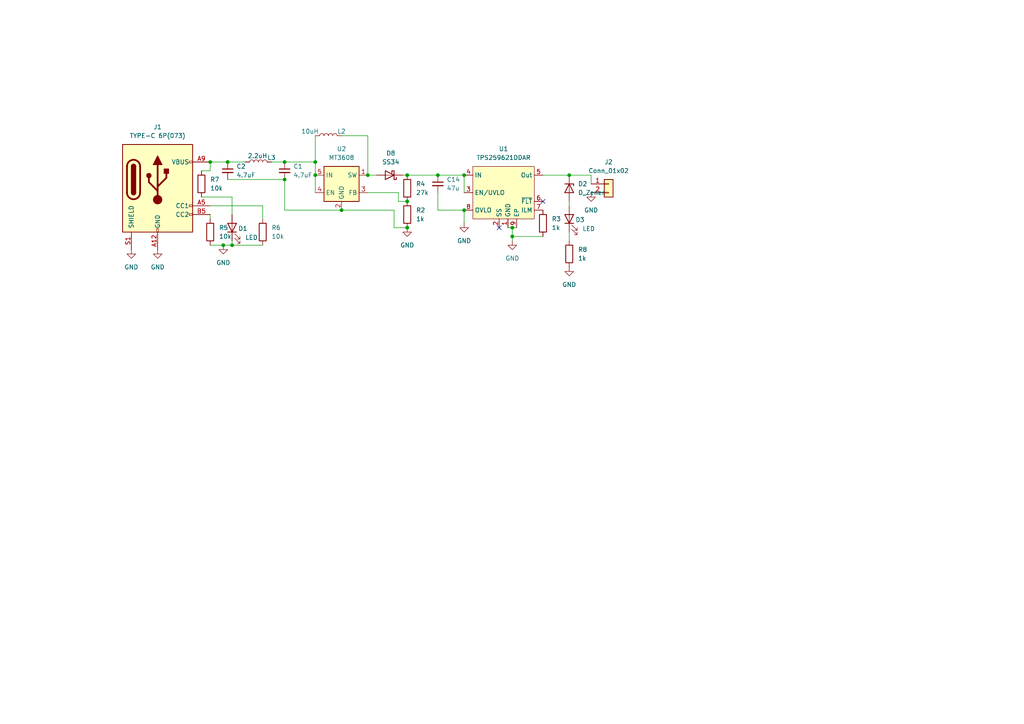
<source format=kicad_sch>
(kicad_sch
	(version 20250114)
	(generator "eeschema")
	(generator_version "9.0")
	(uuid "61467c3d-0a17-4455-8ea1-1bea66019e17")
	(paper "A4")
	(lib_symbols
		(symbol "Connector:USB_C_Receptacle_PowerOnly_6P"
			(pin_names
				(offset 1.016)
			)
			(exclude_from_sim no)
			(in_bom yes)
			(on_board yes)
			(property "Reference" "J"
				(at 0 16.51 0)
				(effects
					(font
						(size 1.27 1.27)
					)
					(justify bottom)
				)
			)
			(property "Value" "USB_C_Receptacle_PowerOnly_6P"
				(at 0 13.97 0)
				(effects
					(font
						(size 1.27 1.27)
					)
					(justify bottom)
				)
			)
			(property "Footprint" ""
				(at 3.81 2.54 0)
				(effects
					(font
						(size 1.27 1.27)
					)
					(hide yes)
				)
			)
			(property "Datasheet" "https://www.usb.org/sites/default/files/documents/usb_type-c.zip"
				(at 0 0 0)
				(effects
					(font
						(size 1.27 1.27)
					)
					(hide yes)
				)
			)
			(property "Description" "USB Power-Only 6P Type-C Receptacle connector"
				(at 0 0 0)
				(effects
					(font
						(size 1.27 1.27)
					)
					(hide yes)
				)
			)
			(property "ki_keywords" "usb universal serial bus type-C power-only charging-only 6P 6C"
				(at 0 0 0)
				(effects
					(font
						(size 1.27 1.27)
					)
					(hide yes)
				)
			)
			(property "ki_fp_filters" "USB*C*Receptacle*"
				(at 0 0 0)
				(effects
					(font
						(size 1.27 1.27)
					)
					(hide yes)
				)
			)
			(symbol "USB_C_Receptacle_PowerOnly_6P_0_0"
				(rectangle
					(start -0.254 -12.7)
					(end 0.254 -11.684)
					(stroke
						(width 0)
						(type default)
					)
					(fill
						(type none)
					)
				)
				(rectangle
					(start 10.16 7.874)
					(end 9.144 7.366)
					(stroke
						(width 0)
						(type default)
					)
					(fill
						(type none)
					)
				)
				(rectangle
					(start 10.16 -4.826)
					(end 9.144 -5.334)
					(stroke
						(width 0)
						(type default)
					)
					(fill
						(type none)
					)
				)
				(rectangle
					(start 10.16 -7.366)
					(end 9.144 -7.874)
					(stroke
						(width 0)
						(type default)
					)
					(fill
						(type none)
					)
				)
			)
			(symbol "USB_C_Receptacle_PowerOnly_6P_0_1"
				(rectangle
					(start -10.16 12.7)
					(end 10.16 -12.7)
					(stroke
						(width 0.254)
						(type default)
					)
					(fill
						(type background)
					)
				)
				(polyline
					(pts
						(xy -8.89 -1.27) (xy -8.89 6.35)
					)
					(stroke
						(width 0.508)
						(type default)
					)
					(fill
						(type none)
					)
				)
				(rectangle
					(start -7.62 -1.27)
					(end -6.35 6.35)
					(stroke
						(width 0.254)
						(type default)
					)
					(fill
						(type outline)
					)
				)
				(arc
					(start -7.62 6.35)
					(mid -6.985 6.9823)
					(end -6.35 6.35)
					(stroke
						(width 0.254)
						(type default)
					)
					(fill
						(type none)
					)
				)
				(arc
					(start -7.62 6.35)
					(mid -6.985 6.9823)
					(end -6.35 6.35)
					(stroke
						(width 0.254)
						(type default)
					)
					(fill
						(type outline)
					)
				)
				(arc
					(start -8.89 6.35)
					(mid -6.985 8.2467)
					(end -5.08 6.35)
					(stroke
						(width 0.508)
						(type default)
					)
					(fill
						(type none)
					)
				)
				(arc
					(start -5.08 -1.27)
					(mid -6.985 -3.1667)
					(end -8.89 -1.27)
					(stroke
						(width 0.508)
						(type default)
					)
					(fill
						(type none)
					)
				)
				(arc
					(start -6.35 -1.27)
					(mid -6.985 -1.9023)
					(end -7.62 -1.27)
					(stroke
						(width 0.254)
						(type default)
					)
					(fill
						(type none)
					)
				)
				(arc
					(start -6.35 -1.27)
					(mid -6.985 -1.9023)
					(end -7.62 -1.27)
					(stroke
						(width 0.254)
						(type default)
					)
					(fill
						(type outline)
					)
				)
				(polyline
					(pts
						(xy -5.08 6.35) (xy -5.08 -1.27)
					)
					(stroke
						(width 0.508)
						(type default)
					)
					(fill
						(type none)
					)
				)
				(circle
					(center -2.54 3.683)
					(radius 0.635)
					(stroke
						(width 0.254)
						(type default)
					)
					(fill
						(type outline)
					)
				)
				(polyline
					(pts
						(xy -1.27 6.858) (xy 0 9.398) (xy 1.27 6.858) (xy -1.27 6.858)
					)
					(stroke
						(width 0.254)
						(type default)
					)
					(fill
						(type outline)
					)
				)
				(polyline
					(pts
						(xy 0 0.508) (xy 2.54 3.048) (xy 2.54 4.318)
					)
					(stroke
						(width 0.508)
						(type default)
					)
					(fill
						(type none)
					)
				)
				(polyline
					(pts
						(xy 0 -0.762) (xy -2.54 1.778) (xy -2.54 3.048)
					)
					(stroke
						(width 0.508)
						(type default)
					)
					(fill
						(type none)
					)
				)
				(polyline
					(pts
						(xy 0 -3.302) (xy 0 6.858)
					)
					(stroke
						(width 0.508)
						(type default)
					)
					(fill
						(type none)
					)
				)
				(circle
					(center 0 -3.302)
					(radius 1.27)
					(stroke
						(width 0)
						(type default)
					)
					(fill
						(type outline)
					)
				)
				(rectangle
					(start 1.905 4.318)
					(end 3.175 5.588)
					(stroke
						(width 0.254)
						(type default)
					)
					(fill
						(type outline)
					)
				)
			)
			(symbol "USB_C_Receptacle_PowerOnly_6P_1_1"
				(pin passive line
					(at -7.62 -17.78 90)
					(length 5.08)
					(name "SHIELD"
						(effects
							(font
								(size 1.27 1.27)
							)
						)
					)
					(number "S1"
						(effects
							(font
								(size 1.27 1.27)
							)
						)
					)
				)
				(pin passive line
					(at 0 -17.78 90)
					(length 5.08)
					(name "GND"
						(effects
							(font
								(size 1.27 1.27)
							)
						)
					)
					(number "A12"
						(effects
							(font
								(size 1.27 1.27)
							)
						)
					)
				)
				(pin passive line
					(at 0 -17.78 90)
					(length 5.08)
					(hide yes)
					(name "GND"
						(effects
							(font
								(size 1.27 1.27)
							)
						)
					)
					(number "B12"
						(effects
							(font
								(size 1.27 1.27)
							)
						)
					)
				)
				(pin passive line
					(at 15.24 7.62 180)
					(length 5.08)
					(name "VBUS"
						(effects
							(font
								(size 1.27 1.27)
							)
						)
					)
					(number "A9"
						(effects
							(font
								(size 1.27 1.27)
							)
						)
					)
				)
				(pin passive line
					(at 15.24 7.62 180)
					(length 5.08)
					(hide yes)
					(name "VBUS"
						(effects
							(font
								(size 1.27 1.27)
							)
						)
					)
					(number "B9"
						(effects
							(font
								(size 1.27 1.27)
							)
						)
					)
				)
				(pin bidirectional line
					(at 15.24 -5.08 180)
					(length 5.08)
					(name "CC1"
						(effects
							(font
								(size 1.27 1.27)
							)
						)
					)
					(number "A5"
						(effects
							(font
								(size 1.27 1.27)
							)
						)
					)
				)
				(pin bidirectional line
					(at 15.24 -7.62 180)
					(length 5.08)
					(name "CC2"
						(effects
							(font
								(size 1.27 1.27)
							)
						)
					)
					(number "B5"
						(effects
							(font
								(size 1.27 1.27)
							)
						)
					)
				)
			)
			(embedded_fonts no)
		)
		(symbol "Connector_Generic:Conn_01x02"
			(pin_names
				(offset 1.016)
				(hide yes)
			)
			(exclude_from_sim no)
			(in_bom yes)
			(on_board yes)
			(property "Reference" "J"
				(at 0 2.54 0)
				(effects
					(font
						(size 1.27 1.27)
					)
				)
			)
			(property "Value" "Conn_01x02"
				(at 0 -5.08 0)
				(effects
					(font
						(size 1.27 1.27)
					)
				)
			)
			(property "Footprint" ""
				(at 0 0 0)
				(effects
					(font
						(size 1.27 1.27)
					)
					(hide yes)
				)
			)
			(property "Datasheet" "~"
				(at 0 0 0)
				(effects
					(font
						(size 1.27 1.27)
					)
					(hide yes)
				)
			)
			(property "Description" "Generic connector, single row, 01x02, script generated (kicad-library-utils/schlib/autogen/connector/)"
				(at 0 0 0)
				(effects
					(font
						(size 1.27 1.27)
					)
					(hide yes)
				)
			)
			(property "ki_keywords" "connector"
				(at 0 0 0)
				(effects
					(font
						(size 1.27 1.27)
					)
					(hide yes)
				)
			)
			(property "ki_fp_filters" "Connector*:*_1x??_*"
				(at 0 0 0)
				(effects
					(font
						(size 1.27 1.27)
					)
					(hide yes)
				)
			)
			(symbol "Conn_01x02_1_1"
				(rectangle
					(start -1.27 1.27)
					(end 1.27 -3.81)
					(stroke
						(width 0.254)
						(type default)
					)
					(fill
						(type background)
					)
				)
				(rectangle
					(start -1.27 0.127)
					(end 0 -0.127)
					(stroke
						(width 0.1524)
						(type default)
					)
					(fill
						(type none)
					)
				)
				(rectangle
					(start -1.27 -2.413)
					(end 0 -2.667)
					(stroke
						(width 0.1524)
						(type default)
					)
					(fill
						(type none)
					)
				)
				(pin passive line
					(at -5.08 0 0)
					(length 3.81)
					(name "Pin_1"
						(effects
							(font
								(size 1.27 1.27)
							)
						)
					)
					(number "1"
						(effects
							(font
								(size 1.27 1.27)
							)
						)
					)
				)
				(pin passive line
					(at -5.08 -2.54 0)
					(length 3.81)
					(name "Pin_2"
						(effects
							(font
								(size 1.27 1.27)
							)
						)
					)
					(number "2"
						(effects
							(font
								(size 1.27 1.27)
							)
						)
					)
				)
			)
			(embedded_fonts no)
		)
		(symbol "Device:C_Small"
			(pin_numbers
				(hide yes)
			)
			(pin_names
				(offset 0.254)
				(hide yes)
			)
			(exclude_from_sim no)
			(in_bom yes)
			(on_board yes)
			(property "Reference" "C"
				(at 0.254 1.778 0)
				(effects
					(font
						(size 1.27 1.27)
					)
					(justify left)
				)
			)
			(property "Value" "C_Small"
				(at 0.254 -2.032 0)
				(effects
					(font
						(size 1.27 1.27)
					)
					(justify left)
				)
			)
			(property "Footprint" ""
				(at 0 0 0)
				(effects
					(font
						(size 1.27 1.27)
					)
					(hide yes)
				)
			)
			(property "Datasheet" "~"
				(at 0 0 0)
				(effects
					(font
						(size 1.27 1.27)
					)
					(hide yes)
				)
			)
			(property "Description" "Unpolarized capacitor, small symbol"
				(at 0 0 0)
				(effects
					(font
						(size 1.27 1.27)
					)
					(hide yes)
				)
			)
			(property "ki_keywords" "capacitor cap"
				(at 0 0 0)
				(effects
					(font
						(size 1.27 1.27)
					)
					(hide yes)
				)
			)
			(property "ki_fp_filters" "C_*"
				(at 0 0 0)
				(effects
					(font
						(size 1.27 1.27)
					)
					(hide yes)
				)
			)
			(symbol "C_Small_0_1"
				(polyline
					(pts
						(xy -1.524 0.508) (xy 1.524 0.508)
					)
					(stroke
						(width 0.3048)
						(type default)
					)
					(fill
						(type none)
					)
				)
				(polyline
					(pts
						(xy -1.524 -0.508) (xy 1.524 -0.508)
					)
					(stroke
						(width 0.3302)
						(type default)
					)
					(fill
						(type none)
					)
				)
			)
			(symbol "C_Small_1_1"
				(pin passive line
					(at 0 2.54 270)
					(length 2.032)
					(name "~"
						(effects
							(font
								(size 1.27 1.27)
							)
						)
					)
					(number "1"
						(effects
							(font
								(size 1.27 1.27)
							)
						)
					)
				)
				(pin passive line
					(at 0 -2.54 90)
					(length 2.032)
					(name "~"
						(effects
							(font
								(size 1.27 1.27)
							)
						)
					)
					(number "2"
						(effects
							(font
								(size 1.27 1.27)
							)
						)
					)
				)
			)
			(embedded_fonts no)
		)
		(symbol "Device:D_Zener"
			(pin_numbers
				(hide yes)
			)
			(pin_names
				(offset 1.016)
				(hide yes)
			)
			(exclude_from_sim no)
			(in_bom yes)
			(on_board yes)
			(property "Reference" "D"
				(at 0 2.54 0)
				(effects
					(font
						(size 1.27 1.27)
					)
				)
			)
			(property "Value" "D_Zener"
				(at 0 -2.54 0)
				(effects
					(font
						(size 1.27 1.27)
					)
				)
			)
			(property "Footprint" ""
				(at 0 0 0)
				(effects
					(font
						(size 1.27 1.27)
					)
					(hide yes)
				)
			)
			(property "Datasheet" "~"
				(at 0 0 0)
				(effects
					(font
						(size 1.27 1.27)
					)
					(hide yes)
				)
			)
			(property "Description" "Zener diode"
				(at 0 0 0)
				(effects
					(font
						(size 1.27 1.27)
					)
					(hide yes)
				)
			)
			(property "ki_keywords" "diode"
				(at 0 0 0)
				(effects
					(font
						(size 1.27 1.27)
					)
					(hide yes)
				)
			)
			(property "ki_fp_filters" "TO-???* *_Diode_* *SingleDiode* D_*"
				(at 0 0 0)
				(effects
					(font
						(size 1.27 1.27)
					)
					(hide yes)
				)
			)
			(symbol "D_Zener_0_1"
				(polyline
					(pts
						(xy -1.27 -1.27) (xy -1.27 1.27) (xy -0.762 1.27)
					)
					(stroke
						(width 0.254)
						(type default)
					)
					(fill
						(type none)
					)
				)
				(polyline
					(pts
						(xy 1.27 0) (xy -1.27 0)
					)
					(stroke
						(width 0)
						(type default)
					)
					(fill
						(type none)
					)
				)
				(polyline
					(pts
						(xy 1.27 -1.27) (xy 1.27 1.27) (xy -1.27 0) (xy 1.27 -1.27)
					)
					(stroke
						(width 0.254)
						(type default)
					)
					(fill
						(type none)
					)
				)
			)
			(symbol "D_Zener_1_1"
				(pin passive line
					(at -3.81 0 0)
					(length 2.54)
					(name "K"
						(effects
							(font
								(size 1.27 1.27)
							)
						)
					)
					(number "1"
						(effects
							(font
								(size 1.27 1.27)
							)
						)
					)
				)
				(pin passive line
					(at 3.81 0 180)
					(length 2.54)
					(name "A"
						(effects
							(font
								(size 1.27 1.27)
							)
						)
					)
					(number "2"
						(effects
							(font
								(size 1.27 1.27)
							)
						)
					)
				)
			)
			(embedded_fonts no)
		)
		(symbol "Device:L"
			(pin_numbers
				(hide yes)
			)
			(pin_names
				(offset 1.016)
				(hide yes)
			)
			(exclude_from_sim no)
			(in_bom yes)
			(on_board yes)
			(property "Reference" "L"
				(at -1.27 0 90)
				(effects
					(font
						(size 1.27 1.27)
					)
				)
			)
			(property "Value" "L"
				(at 1.905 0 90)
				(effects
					(font
						(size 1.27 1.27)
					)
				)
			)
			(property "Footprint" ""
				(at 0 0 0)
				(effects
					(font
						(size 1.27 1.27)
					)
					(hide yes)
				)
			)
			(property "Datasheet" "~"
				(at 0 0 0)
				(effects
					(font
						(size 1.27 1.27)
					)
					(hide yes)
				)
			)
			(property "Description" "Inductor"
				(at 0 0 0)
				(effects
					(font
						(size 1.27 1.27)
					)
					(hide yes)
				)
			)
			(property "ki_keywords" "inductor choke coil reactor magnetic"
				(at 0 0 0)
				(effects
					(font
						(size 1.27 1.27)
					)
					(hide yes)
				)
			)
			(property "ki_fp_filters" "Choke_* *Coil* Inductor_* L_*"
				(at 0 0 0)
				(effects
					(font
						(size 1.27 1.27)
					)
					(hide yes)
				)
			)
			(symbol "L_0_1"
				(arc
					(start 0 2.54)
					(mid 0.6323 1.905)
					(end 0 1.27)
					(stroke
						(width 0)
						(type default)
					)
					(fill
						(type none)
					)
				)
				(arc
					(start 0 1.27)
					(mid 0.6323 0.635)
					(end 0 0)
					(stroke
						(width 0)
						(type default)
					)
					(fill
						(type none)
					)
				)
				(arc
					(start 0 0)
					(mid 0.6323 -0.635)
					(end 0 -1.27)
					(stroke
						(width 0)
						(type default)
					)
					(fill
						(type none)
					)
				)
				(arc
					(start 0 -1.27)
					(mid 0.6323 -1.905)
					(end 0 -2.54)
					(stroke
						(width 0)
						(type default)
					)
					(fill
						(type none)
					)
				)
			)
			(symbol "L_1_1"
				(pin passive line
					(at 0 3.81 270)
					(length 1.27)
					(name "1"
						(effects
							(font
								(size 1.27 1.27)
							)
						)
					)
					(number "1"
						(effects
							(font
								(size 1.27 1.27)
							)
						)
					)
				)
				(pin passive line
					(at 0 -3.81 90)
					(length 1.27)
					(name "2"
						(effects
							(font
								(size 1.27 1.27)
							)
						)
					)
					(number "2"
						(effects
							(font
								(size 1.27 1.27)
							)
						)
					)
				)
			)
			(embedded_fonts no)
		)
		(symbol "Device:LED"
			(pin_numbers
				(hide yes)
			)
			(pin_names
				(offset 1.016)
				(hide yes)
			)
			(exclude_from_sim no)
			(in_bom yes)
			(on_board yes)
			(property "Reference" "D"
				(at 0 2.54 0)
				(effects
					(font
						(size 1.27 1.27)
					)
				)
			)
			(property "Value" "LED"
				(at 0 -2.54 0)
				(effects
					(font
						(size 1.27 1.27)
					)
				)
			)
			(property "Footprint" ""
				(at 0 0 0)
				(effects
					(font
						(size 1.27 1.27)
					)
					(hide yes)
				)
			)
			(property "Datasheet" "~"
				(at 0 0 0)
				(effects
					(font
						(size 1.27 1.27)
					)
					(hide yes)
				)
			)
			(property "Description" "Light emitting diode"
				(at 0 0 0)
				(effects
					(font
						(size 1.27 1.27)
					)
					(hide yes)
				)
			)
			(property "Sim.Pins" "1=K 2=A"
				(at 0 0 0)
				(effects
					(font
						(size 1.27 1.27)
					)
					(hide yes)
				)
			)
			(property "ki_keywords" "LED diode"
				(at 0 0 0)
				(effects
					(font
						(size 1.27 1.27)
					)
					(hide yes)
				)
			)
			(property "ki_fp_filters" "LED* LED_SMD:* LED_THT:*"
				(at 0 0 0)
				(effects
					(font
						(size 1.27 1.27)
					)
					(hide yes)
				)
			)
			(symbol "LED_0_1"
				(polyline
					(pts
						(xy -3.048 -0.762) (xy -4.572 -2.286) (xy -3.81 -2.286) (xy -4.572 -2.286) (xy -4.572 -1.524)
					)
					(stroke
						(width 0)
						(type default)
					)
					(fill
						(type none)
					)
				)
				(polyline
					(pts
						(xy -1.778 -0.762) (xy -3.302 -2.286) (xy -2.54 -2.286) (xy -3.302 -2.286) (xy -3.302 -1.524)
					)
					(stroke
						(width 0)
						(type default)
					)
					(fill
						(type none)
					)
				)
				(polyline
					(pts
						(xy -1.27 0) (xy 1.27 0)
					)
					(stroke
						(width 0)
						(type default)
					)
					(fill
						(type none)
					)
				)
				(polyline
					(pts
						(xy -1.27 -1.27) (xy -1.27 1.27)
					)
					(stroke
						(width 0.254)
						(type default)
					)
					(fill
						(type none)
					)
				)
				(polyline
					(pts
						(xy 1.27 -1.27) (xy 1.27 1.27) (xy -1.27 0) (xy 1.27 -1.27)
					)
					(stroke
						(width 0.254)
						(type default)
					)
					(fill
						(type none)
					)
				)
			)
			(symbol "LED_1_1"
				(pin passive line
					(at -3.81 0 0)
					(length 2.54)
					(name "K"
						(effects
							(font
								(size 1.27 1.27)
							)
						)
					)
					(number "1"
						(effects
							(font
								(size 1.27 1.27)
							)
						)
					)
				)
				(pin passive line
					(at 3.81 0 180)
					(length 2.54)
					(name "A"
						(effects
							(font
								(size 1.27 1.27)
							)
						)
					)
					(number "2"
						(effects
							(font
								(size 1.27 1.27)
							)
						)
					)
				)
			)
			(embedded_fonts no)
		)
		(symbol "Device:R"
			(pin_numbers
				(hide yes)
			)
			(pin_names
				(offset 0)
			)
			(exclude_from_sim no)
			(in_bom yes)
			(on_board yes)
			(property "Reference" "R"
				(at 2.032 0 90)
				(effects
					(font
						(size 1.27 1.27)
					)
				)
			)
			(property "Value" "R"
				(at 0 0 90)
				(effects
					(font
						(size 1.27 1.27)
					)
				)
			)
			(property "Footprint" ""
				(at -1.778 0 90)
				(effects
					(font
						(size 1.27 1.27)
					)
					(hide yes)
				)
			)
			(property "Datasheet" "~"
				(at 0 0 0)
				(effects
					(font
						(size 1.27 1.27)
					)
					(hide yes)
				)
			)
			(property "Description" "Resistor"
				(at 0 0 0)
				(effects
					(font
						(size 1.27 1.27)
					)
					(hide yes)
				)
			)
			(property "ki_keywords" "R res resistor"
				(at 0 0 0)
				(effects
					(font
						(size 1.27 1.27)
					)
					(hide yes)
				)
			)
			(property "ki_fp_filters" "R_*"
				(at 0 0 0)
				(effects
					(font
						(size 1.27 1.27)
					)
					(hide yes)
				)
			)
			(symbol "R_0_1"
				(rectangle
					(start -1.016 -2.54)
					(end 1.016 2.54)
					(stroke
						(width 0.254)
						(type default)
					)
					(fill
						(type none)
					)
				)
			)
			(symbol "R_1_1"
				(pin passive line
					(at 0 3.81 270)
					(length 1.27)
					(name "~"
						(effects
							(font
								(size 1.27 1.27)
							)
						)
					)
					(number "1"
						(effects
							(font
								(size 1.27 1.27)
							)
						)
					)
				)
				(pin passive line
					(at 0 -3.81 90)
					(length 1.27)
					(name "~"
						(effects
							(font
								(size 1.27 1.27)
							)
						)
					)
					(number "2"
						(effects
							(font
								(size 1.27 1.27)
							)
						)
					)
				)
			)
			(embedded_fonts no)
		)
		(symbol "Diode:SS34"
			(pin_numbers
				(hide yes)
			)
			(pin_names
				(offset 1.016)
				(hide yes)
			)
			(exclude_from_sim no)
			(in_bom yes)
			(on_board yes)
			(property "Reference" "D"
				(at 0 2.54 0)
				(effects
					(font
						(size 1.27 1.27)
					)
				)
			)
			(property "Value" "SS34"
				(at 0 -2.54 0)
				(effects
					(font
						(size 1.27 1.27)
					)
				)
			)
			(property "Footprint" "Diode_SMD:D_SMA"
				(at 0 -4.445 0)
				(effects
					(font
						(size 1.27 1.27)
					)
					(hide yes)
				)
			)
			(property "Datasheet" "https://www.vishay.com/docs/88751/ss32.pdf"
				(at 0 0 0)
				(effects
					(font
						(size 1.27 1.27)
					)
					(hide yes)
				)
			)
			(property "Description" "40V 3A Schottky Diode, SMA"
				(at 0 0 0)
				(effects
					(font
						(size 1.27 1.27)
					)
					(hide yes)
				)
			)
			(property "ki_keywords" "diode Schottky"
				(at 0 0 0)
				(effects
					(font
						(size 1.27 1.27)
					)
					(hide yes)
				)
			)
			(property "ki_fp_filters" "D*SMA*"
				(at 0 0 0)
				(effects
					(font
						(size 1.27 1.27)
					)
					(hide yes)
				)
			)
			(symbol "SS34_0_1"
				(polyline
					(pts
						(xy -1.905 0.635) (xy -1.905 1.27) (xy -1.27 1.27) (xy -1.27 -1.27) (xy -0.635 -1.27) (xy -0.635 -0.635)
					)
					(stroke
						(width 0.254)
						(type default)
					)
					(fill
						(type none)
					)
				)
				(polyline
					(pts
						(xy 1.27 1.27) (xy 1.27 -1.27) (xy -1.27 0) (xy 1.27 1.27)
					)
					(stroke
						(width 0.254)
						(type default)
					)
					(fill
						(type none)
					)
				)
				(polyline
					(pts
						(xy 1.27 0) (xy -1.27 0)
					)
					(stroke
						(width 0)
						(type default)
					)
					(fill
						(type none)
					)
				)
			)
			(symbol "SS34_1_1"
				(pin passive line
					(at -3.81 0 0)
					(length 2.54)
					(name "K"
						(effects
							(font
								(size 1.27 1.27)
							)
						)
					)
					(number "1"
						(effects
							(font
								(size 1.27 1.27)
							)
						)
					)
				)
				(pin passive line
					(at 3.81 0 180)
					(length 2.54)
					(name "A"
						(effects
							(font
								(size 1.27 1.27)
							)
						)
					)
					(number "2"
						(effects
							(font
								(size 1.27 1.27)
							)
						)
					)
				)
			)
			(embedded_fonts no)
		)
		(symbol "Power_Management:TPS2596xx"
			(exclude_from_sim no)
			(in_bom yes)
			(on_board yes)
			(property "Reference" "U1"
				(at 1.27 12.7 0)
				(effects
					(font
						(size 1.27 1.27)
					)
				)
			)
			(property "Value" "TPS259621DDAR"
				(at 1.27 10.16 0)
				(effects
					(font
						(size 1.27 1.27)
					)
				)
			)
			(property "Footprint" "Package_SO:SOIC-8-1EP_3.9x4.9mm_P1.27mm_EP2.514x3.2mm"
				(at 0 0 0)
				(effects
					(font
						(size 1.27 1.27)
					)
					(hide yes)
				)
			)
			(property "Datasheet" ""
				(at 0 0 0)
				(effects
					(font
						(size 1.27 1.27)
					)
					(hide yes)
				)
			)
			(property "Description" "2.7 to 19 V, 0.125 to 2-A, 89-mΩ eFuse With Accurate Current Monitor and Fast Overvoltage Protection"
				(at 0 2.54 0)
				(effects
					(font
						(size 1.27 1.27)
					)
					(hide yes)
				)
			)
			(symbol "TPS2596xx_1_1"
				(rectangle
					(start -7.62 7.62)
					(end 10.16 -7.62)
					(stroke
						(width 0)
						(type solid)
					)
					(fill
						(type color)
						(color 255 255 194 1)
					)
				)
				(pin input line
					(at -10.16 5.08 0)
					(length 2.54)
					(name "IN"
						(effects
							(font
								(size 1.27 1.27)
							)
						)
					)
					(number "4"
						(effects
							(font
								(size 1.27 1.27)
							)
						)
					)
				)
				(pin input line
					(at -10.16 0 0)
					(length 2.54)
					(name "EN/UVLO"
						(effects
							(font
								(size 1.27 1.27)
							)
						)
					)
					(number "3"
						(effects
							(font
								(size 1.27 1.27)
							)
						)
					)
				)
				(pin input line
					(at -10.16 -5.08 0)
					(length 2.54)
					(name "OVLO"
						(effects
							(font
								(size 1.27 1.27)
							)
						)
					)
					(number "8"
						(effects
							(font
								(size 1.27 1.27)
							)
						)
					)
				)
				(pin input line
					(at 0 -10.16 90)
					(length 2.54)
					(name "SS"
						(effects
							(font
								(size 1.27 1.27)
							)
						)
					)
					(number "2"
						(effects
							(font
								(size 1.27 1.27)
							)
						)
					)
				)
				(pin power_in line
					(at 2.54 -10.16 90)
					(length 2.54)
					(name "GND"
						(effects
							(font
								(size 1.27 1.27)
							)
						)
					)
					(number "1"
						(effects
							(font
								(size 1.27 1.27)
							)
						)
					)
				)
				(pin power_in line
					(at 5.08 -10.16 90)
					(length 2.54)
					(name "EP"
						(effects
							(font
								(size 1.27 1.27)
							)
						)
					)
					(number "9"
						(effects
							(font
								(size 1.27 1.27)
							)
						)
					)
				)
				(pin power_in line
					(at 12.7 5.08 180)
					(length 2.54)
					(name "Out"
						(effects
							(font
								(size 1.27 1.27)
							)
						)
					)
					(number "5"
						(effects
							(font
								(size 1.27 1.27)
							)
						)
					)
				)
				(pin power_in line
					(at 12.7 -2.54 180)
					(length 2.54)
					(name "~{FLT}"
						(effects
							(font
								(size 1.27 1.27)
							)
						)
					)
					(number "6"
						(effects
							(font
								(size 1.27 1.27)
							)
						)
					)
				)
				(pin power_in line
					(at 12.7 -5.08 180)
					(length 2.54)
					(name "ILM"
						(effects
							(font
								(size 1.27 1.27)
							)
						)
					)
					(number "7"
						(effects
							(font
								(size 1.27 1.27)
							)
						)
					)
				)
			)
			(embedded_fonts no)
		)
		(symbol "Regulator_Switching:MT3608"
			(exclude_from_sim no)
			(in_bom yes)
			(on_board yes)
			(property "Reference" "U"
				(at -2.54 8.89 0)
				(effects
					(font
						(size 1.27 1.27)
					)
					(justify left)
				)
			)
			(property "Value" "MT3608"
				(at -3.81 6.35 0)
				(effects
					(font
						(size 1.27 1.27)
					)
					(justify left)
				)
			)
			(property "Footprint" "Package_TO_SOT_SMD:SOT-23-6"
				(at 1.27 -6.35 0)
				(effects
					(font
						(size 1.27 1.27)
						(italic yes)
					)
					(justify left)
					(hide yes)
				)
			)
			(property "Datasheet" "https://www.olimex.com/Products/Breadboarding/BB-PWR-3608/resources/MT3608.pdf"
				(at -6.35 11.43 0)
				(effects
					(font
						(size 1.27 1.27)
					)
					(hide yes)
				)
			)
			(property "Description" "High Efficiency 1.2MHz 2A Step Up Converter, 2-24V Vin, 28V Vout, 4A current limit, 1.2MHz, SOT23-6"
				(at 0 0 0)
				(effects
					(font
						(size 1.27 1.27)
					)
					(hide yes)
				)
			)
			(property "ki_keywords" "Step-Up Boost DC-DC Regulator Adjustable"
				(at 0 0 0)
				(effects
					(font
						(size 1.27 1.27)
					)
					(hide yes)
				)
			)
			(property "ki_fp_filters" "SOT*23*"
				(at 0 0 0)
				(effects
					(font
						(size 1.27 1.27)
					)
					(hide yes)
				)
			)
			(symbol "MT3608_0_1"
				(rectangle
					(start -5.08 5.08)
					(end 5.08 -5.08)
					(stroke
						(width 0.254)
						(type default)
					)
					(fill
						(type background)
					)
				)
			)
			(symbol "MT3608_1_1"
				(pin power_in line
					(at -7.62 2.54 0)
					(length 2.54)
					(name "IN"
						(effects
							(font
								(size 1.27 1.27)
							)
						)
					)
					(number "5"
						(effects
							(font
								(size 1.27 1.27)
							)
						)
					)
				)
				(pin input line
					(at -7.62 -2.54 0)
					(length 2.54)
					(name "EN"
						(effects
							(font
								(size 1.27 1.27)
							)
						)
					)
					(number "4"
						(effects
							(font
								(size 1.27 1.27)
							)
						)
					)
				)
				(pin power_in line
					(at 0 -7.62 90)
					(length 2.54)
					(name "GND"
						(effects
							(font
								(size 1.27 1.27)
							)
						)
					)
					(number "2"
						(effects
							(font
								(size 1.27 1.27)
							)
						)
					)
				)
				(pin no_connect line
					(at 5.08 0 180)
					(length 2.54)
					(hide yes)
					(name "NC"
						(effects
							(font
								(size 1.27 1.27)
							)
						)
					)
					(number "6"
						(effects
							(font
								(size 1.27 1.27)
							)
						)
					)
				)
				(pin passive line
					(at 7.62 2.54 180)
					(length 2.54)
					(name "SW"
						(effects
							(font
								(size 1.27 1.27)
							)
						)
					)
					(number "1"
						(effects
							(font
								(size 1.27 1.27)
							)
						)
					)
				)
				(pin input line
					(at 7.62 -2.54 180)
					(length 2.54)
					(name "FB"
						(effects
							(font
								(size 1.27 1.27)
							)
						)
					)
					(number "3"
						(effects
							(font
								(size 1.27 1.27)
							)
						)
					)
				)
			)
			(embedded_fonts no)
		)
		(symbol "power:GND"
			(power)
			(pin_numbers
				(hide yes)
			)
			(pin_names
				(offset 0)
				(hide yes)
			)
			(exclude_from_sim no)
			(in_bom yes)
			(on_board yes)
			(property "Reference" "#PWR"
				(at 0 -6.35 0)
				(effects
					(font
						(size 1.27 1.27)
					)
					(hide yes)
				)
			)
			(property "Value" "GND"
				(at 0 -3.81 0)
				(effects
					(font
						(size 1.27 1.27)
					)
				)
			)
			(property "Footprint" ""
				(at 0 0 0)
				(effects
					(font
						(size 1.27 1.27)
					)
					(hide yes)
				)
			)
			(property "Datasheet" ""
				(at 0 0 0)
				(effects
					(font
						(size 1.27 1.27)
					)
					(hide yes)
				)
			)
			(property "Description" "Power symbol creates a global label with name \"GND\" , ground"
				(at 0 0 0)
				(effects
					(font
						(size 1.27 1.27)
					)
					(hide yes)
				)
			)
			(property "ki_keywords" "global power"
				(at 0 0 0)
				(effects
					(font
						(size 1.27 1.27)
					)
					(hide yes)
				)
			)
			(symbol "GND_0_1"
				(polyline
					(pts
						(xy 0 0) (xy 0 -1.27) (xy 1.27 -1.27) (xy 0 -2.54) (xy -1.27 -1.27) (xy 0 -1.27)
					)
					(stroke
						(width 0)
						(type default)
					)
					(fill
						(type none)
					)
				)
			)
			(symbol "GND_1_1"
				(pin power_in line
					(at 0 0 270)
					(length 0)
					(name "~"
						(effects
							(font
								(size 1.27 1.27)
							)
						)
					)
					(number "1"
						(effects
							(font
								(size 1.27 1.27)
							)
						)
					)
				)
			)
			(embedded_fonts no)
		)
	)
	(junction
		(at 66.04 46.99)
		(diameter 0)
		(color 0 0 0 0)
		(uuid "0427739b-09f5-4dc4-bd3a-859c25d3fc7c")
	)
	(junction
		(at 148.59 66.04)
		(diameter 0)
		(color 0 0 0 0)
		(uuid "24a9f838-e716-4323-95f7-bf8d04d0b1de")
	)
	(junction
		(at 134.62 50.8)
		(diameter 0)
		(color 0 0 0 0)
		(uuid "2ea102f3-e76e-40b4-956e-777bf193b8e9")
	)
	(junction
		(at 148.59 68.58)
		(diameter 0)
		(color 0 0 0 0)
		(uuid "32d470cc-3645-4084-a5e7-0e0430f6afd8")
	)
	(junction
		(at 118.11 50.8)
		(diameter 0)
		(color 0 0 0 0)
		(uuid "41dcc200-e880-4221-ba83-b650dde897a8")
	)
	(junction
		(at 64.77 71.12)
		(diameter 0)
		(color 0 0 0 0)
		(uuid "43b55b4e-55a5-4304-8ecf-f62e8533b648")
	)
	(junction
		(at 106.68 50.8)
		(diameter 0)
		(color 0 0 0 0)
		(uuid "565a3ce4-be32-45f3-b725-6ccc2cc660f0")
	)
	(junction
		(at 60.96 46.99)
		(diameter 0)
		(color 0 0 0 0)
		(uuid "60d46d18-bfa2-4268-b7ff-7512544b0ba7")
	)
	(junction
		(at 91.44 50.8)
		(diameter 0)
		(color 0 0 0 0)
		(uuid "64b4a0e7-08ca-4ee5-8b92-1c98ee88ceea")
	)
	(junction
		(at 118.11 58.42)
		(diameter 0)
		(color 0 0 0 0)
		(uuid "64e92e67-caf8-4965-ac87-49de148faea9")
	)
	(junction
		(at 118.11 66.04)
		(diameter 0)
		(color 0 0 0 0)
		(uuid "6efeb726-3eb6-4369-adea-90930392cf43")
	)
	(junction
		(at 99.06 60.96)
		(diameter 0)
		(color 0 0 0 0)
		(uuid "7c51eb85-a172-43c4-8b64-a06687f008a8")
	)
	(junction
		(at 91.44 46.99)
		(diameter 0)
		(color 0 0 0 0)
		(uuid "94ba9c70-fbb3-4027-90e0-16fa592f6c01")
	)
	(junction
		(at 165.1 50.8)
		(diameter 0)
		(color 0 0 0 0)
		(uuid "9d2b51e4-d69e-4d28-aa2f-e965a00eb3f9")
	)
	(junction
		(at 67.31 71.12)
		(diameter 0)
		(color 0 0 0 0)
		(uuid "adca726f-1534-4278-8e06-1e095a2bf95d")
	)
	(junction
		(at 134.62 60.96)
		(diameter 0)
		(color 0 0 0 0)
		(uuid "bd049171-f1fe-40fb-9f99-8664b3d50719")
	)
	(junction
		(at 127 50.8)
		(diameter 0)
		(color 0 0 0 0)
		(uuid "bd8f5c94-561c-457e-9c7f-39bb077c0506")
	)
	(junction
		(at 82.55 52.07)
		(diameter 0)
		(color 0 0 0 0)
		(uuid "db89c326-6053-4cab-a92e-a540eebaa34c")
	)
	(junction
		(at 82.55 46.99)
		(diameter 0)
		(color 0 0 0 0)
		(uuid "f6c9b734-73c9-4653-ba76-3fb1a912ef9c")
	)
	(no_connect
		(at 144.78 66.04)
		(uuid "5e2e9cb0-d630-4c28-9b1a-6959acceb87c")
	)
	(no_connect
		(at 157.48 58.42)
		(uuid "b4fcde58-89df-47ce-b276-3e1e4943f871")
	)
	(wire
		(pts
			(xy 67.31 57.15) (xy 58.42 57.15)
		)
		(stroke
			(width 0)
			(type default)
		)
		(uuid "013ba8a1-e7b2-409b-a4af-4612e64d2ace")
	)
	(wire
		(pts
			(xy 76.2 59.69) (xy 76.2 63.5)
		)
		(stroke
			(width 0)
			(type default)
		)
		(uuid "083478f6-6b01-42b3-8ea5-c946b223f2fe")
	)
	(wire
		(pts
			(xy 115.57 58.42) (xy 118.11 58.42)
		)
		(stroke
			(width 0)
			(type default)
		)
		(uuid "09c47bd9-0be7-4b69-8333-74a55ade8c2d")
	)
	(wire
		(pts
			(xy 106.68 39.37) (xy 106.68 50.8)
		)
		(stroke
			(width 0)
			(type default)
		)
		(uuid "157d8553-1d30-4a72-9742-ac3ae0b52e23")
	)
	(wire
		(pts
			(xy 60.96 71.12) (xy 64.77 71.12)
		)
		(stroke
			(width 0)
			(type default)
		)
		(uuid "1cd7b9f9-2c92-4be5-9c5f-f1cc96dd0b3d")
	)
	(wire
		(pts
			(xy 67.31 71.12) (xy 76.2 71.12)
		)
		(stroke
			(width 0)
			(type default)
		)
		(uuid "1e2ae922-74bc-4b02-900d-a4eb7c94e8e1")
	)
	(wire
		(pts
			(xy 64.77 71.12) (xy 67.31 71.12)
		)
		(stroke
			(width 0)
			(type default)
		)
		(uuid "231abcb2-225c-4b62-9149-164d5d706aa0")
	)
	(wire
		(pts
			(xy 148.59 68.58) (xy 157.48 68.58)
		)
		(stroke
			(width 0)
			(type default)
		)
		(uuid "244f6e0a-adbe-4231-aea7-14938123e539")
	)
	(wire
		(pts
			(xy 82.55 46.99) (xy 91.44 46.99)
		)
		(stroke
			(width 0)
			(type default)
		)
		(uuid "36b14a2d-693b-43f3-a967-c94123bbbd1a")
	)
	(wire
		(pts
			(xy 91.44 39.37) (xy 91.44 46.99)
		)
		(stroke
			(width 0)
			(type default)
		)
		(uuid "395481e6-a70f-4643-8719-1011aa51fc3b")
	)
	(wire
		(pts
			(xy 148.59 66.04) (xy 149.86 66.04)
		)
		(stroke
			(width 0)
			(type default)
		)
		(uuid "3b6c7b1f-abc8-4e7f-9615-2d5a4feac295")
	)
	(wire
		(pts
			(xy 157.48 50.8) (xy 165.1 50.8)
		)
		(stroke
			(width 0)
			(type default)
		)
		(uuid "405b4806-5be2-4db0-9350-86d11ae3b317")
	)
	(wire
		(pts
			(xy 165.1 58.42) (xy 165.1 59.69)
		)
		(stroke
			(width 0)
			(type default)
		)
		(uuid "40bf4998-e925-4992-9440-20247ced5601")
	)
	(wire
		(pts
			(xy 147.32 66.04) (xy 148.59 66.04)
		)
		(stroke
			(width 0)
			(type default)
		)
		(uuid "44c728be-50a2-45e5-8e8b-bcedaf3a65fd")
	)
	(wire
		(pts
			(xy 99.06 39.37) (xy 106.68 39.37)
		)
		(stroke
			(width 0)
			(type default)
		)
		(uuid "4648a559-cceb-4c15-84e6-bd37a0999b5a")
	)
	(wire
		(pts
			(xy 127 55.88) (xy 127 60.96)
		)
		(stroke
			(width 0)
			(type default)
		)
		(uuid "468bef7b-a1ab-4c25-bbe3-9e6a18d952ac")
	)
	(wire
		(pts
			(xy 148.59 66.04) (xy 148.59 68.58)
		)
		(stroke
			(width 0)
			(type default)
		)
		(uuid "53cd58dc-17c3-47e6-984c-8bd6f332a523")
	)
	(wire
		(pts
			(xy 127 60.96) (xy 134.62 60.96)
		)
		(stroke
			(width 0)
			(type default)
		)
		(uuid "56d7729e-a795-4371-9c11-32512a893919")
	)
	(wire
		(pts
			(xy 114.3 66.04) (xy 118.11 66.04)
		)
		(stroke
			(width 0)
			(type default)
		)
		(uuid "57c5a8eb-c8ba-4de2-a512-8ce914084c3e")
	)
	(wire
		(pts
			(xy 165.1 50.8) (xy 171.45 50.8)
		)
		(stroke
			(width 0)
			(type default)
		)
		(uuid "60d17a25-3218-447f-801b-bdf71e6d6046")
	)
	(wire
		(pts
			(xy 134.62 60.96) (xy 134.62 64.77)
		)
		(stroke
			(width 0)
			(type default)
		)
		(uuid "620234d9-5d55-4244-a47c-cf7d65453271")
	)
	(wire
		(pts
			(xy 60.96 62.23) (xy 60.96 63.5)
		)
		(stroke
			(width 0)
			(type default)
		)
		(uuid "6b68d368-fa55-4faf-9fef-57f7b3336807")
	)
	(wire
		(pts
			(xy 67.31 69.85) (xy 67.31 71.12)
		)
		(stroke
			(width 0)
			(type default)
		)
		(uuid "6e0d9a51-1215-459a-9b64-693d73fc63ab")
	)
	(wire
		(pts
			(xy 66.04 52.07) (xy 82.55 52.07)
		)
		(stroke
			(width 0)
			(type default)
		)
		(uuid "768da14b-03c9-47e8-bff8-d6fb2d22c99b")
	)
	(wire
		(pts
			(xy 171.45 50.8) (xy 171.45 53.34)
		)
		(stroke
			(width 0)
			(type default)
		)
		(uuid "7a2e24e9-be4c-4e2e-9743-57018ea8fa36")
	)
	(wire
		(pts
			(xy 115.57 55.88) (xy 115.57 58.42)
		)
		(stroke
			(width 0)
			(type default)
		)
		(uuid "7ad7383c-d7fa-4964-b1bd-3c88dad0a813")
	)
	(wire
		(pts
			(xy 60.96 59.69) (xy 76.2 59.69)
		)
		(stroke
			(width 0)
			(type default)
		)
		(uuid "81982d41-bf03-4131-af6d-625277a0edde")
	)
	(wire
		(pts
			(xy 82.55 52.07) (xy 82.55 60.96)
		)
		(stroke
			(width 0)
			(type default)
		)
		(uuid "8cff3f34-359b-435c-8a54-a6fbc43283e2")
	)
	(wire
		(pts
			(xy 67.31 62.23) (xy 67.31 57.15)
		)
		(stroke
			(width 0)
			(type default)
		)
		(uuid "972191ee-e1fe-4922-9421-77936bee1f46")
	)
	(wire
		(pts
			(xy 118.11 50.8) (xy 127 50.8)
		)
		(stroke
			(width 0)
			(type default)
		)
		(uuid "98224eb8-b7a1-4bbd-8119-b63f5bc75816")
	)
	(wire
		(pts
			(xy 127 50.8) (xy 134.62 50.8)
		)
		(stroke
			(width 0)
			(type default)
		)
		(uuid "9a0410db-a374-49f4-9880-73703687901d")
	)
	(wire
		(pts
			(xy 99.06 60.96) (xy 114.3 60.96)
		)
		(stroke
			(width 0)
			(type default)
		)
		(uuid "9af5e794-b5af-4c15-b5ba-c38f837da715")
	)
	(wire
		(pts
			(xy 78.74 46.99) (xy 82.55 46.99)
		)
		(stroke
			(width 0)
			(type default)
		)
		(uuid "a40a8f4a-49fb-474a-9bfe-3c29d18630d4")
	)
	(wire
		(pts
			(xy 60.96 46.99) (xy 60.96 49.53)
		)
		(stroke
			(width 0)
			(type default)
		)
		(uuid "a456b90e-5569-40f6-b0ed-08169fd7594c")
	)
	(wire
		(pts
			(xy 115.57 55.88) (xy 106.68 55.88)
		)
		(stroke
			(width 0)
			(type default)
		)
		(uuid "a8ffd2d2-840d-430c-b372-640f9d74cc2d")
	)
	(wire
		(pts
			(xy 66.04 46.99) (xy 71.12 46.99)
		)
		(stroke
			(width 0)
			(type default)
		)
		(uuid "b4c38c72-a3d1-4f06-8a66-3fa335409df6")
	)
	(wire
		(pts
			(xy 82.55 60.96) (xy 99.06 60.96)
		)
		(stroke
			(width 0)
			(type default)
		)
		(uuid "be0cd56c-055e-4170-92f4-f3c7ec3f87d7")
	)
	(wire
		(pts
			(xy 91.44 46.99) (xy 91.44 50.8)
		)
		(stroke
			(width 0)
			(type default)
		)
		(uuid "bf5381d7-713e-44d8-9dcf-2eec2c66bb8f")
	)
	(wire
		(pts
			(xy 58.42 49.53) (xy 60.96 49.53)
		)
		(stroke
			(width 0)
			(type default)
		)
		(uuid "c2377074-7a99-44bc-82a6-0ae199f72313")
	)
	(wire
		(pts
			(xy 165.1 67.31) (xy 165.1 69.85)
		)
		(stroke
			(width 0)
			(type default)
		)
		(uuid "c8eb3f40-40f1-406a-9db7-26262505d6d2")
	)
	(wire
		(pts
			(xy 114.3 60.96) (xy 114.3 66.04)
		)
		(stroke
			(width 0)
			(type default)
		)
		(uuid "cf814098-aa89-42f4-a2d4-6793b7e1f87c")
	)
	(wire
		(pts
			(xy 148.59 68.58) (xy 148.59 69.85)
		)
		(stroke
			(width 0)
			(type default)
		)
		(uuid "da23e819-3534-4fbb-878e-9b8a7ce3cc86")
	)
	(wire
		(pts
			(xy 60.96 46.99) (xy 66.04 46.99)
		)
		(stroke
			(width 0)
			(type default)
		)
		(uuid "ee6b6ce6-d7a4-41a2-97d1-d5ac504c0abb")
	)
	(wire
		(pts
			(xy 91.44 50.8) (xy 91.44 55.88)
		)
		(stroke
			(width 0)
			(type default)
		)
		(uuid "ef9a904c-1fff-4885-8fa6-cc23fee75a43")
	)
	(wire
		(pts
			(xy 116.84 50.8) (xy 118.11 50.8)
		)
		(stroke
			(width 0)
			(type default)
		)
		(uuid "f9608f55-26e3-4920-b0a7-0966838f9652")
	)
	(wire
		(pts
			(xy 109.22 50.8) (xy 106.68 50.8)
		)
		(stroke
			(width 0)
			(type default)
		)
		(uuid "fdb0dc63-a783-4e28-b245-fcbc1f0aebe1")
	)
	(wire
		(pts
			(xy 134.62 50.8) (xy 134.62 55.88)
		)
		(stroke
			(width 0)
			(type default)
		)
		(uuid "ff389ce5-733d-4277-a4eb-726ea9942448")
	)
	(symbol
		(lib_id "Device:LED")
		(at 165.1 63.5 90)
		(unit 1)
		(exclude_from_sim no)
		(in_bom yes)
		(on_board yes)
		(dnp no)
		(uuid "09a86c81-46b9-4604-ab2e-ea51c9251a85")
		(property "Reference" "D3"
			(at 166.878 63.754 90)
			(effects
				(font
					(size 1.27 1.27)
				)
				(justify right)
			)
		)
		(property "Value" "LED"
			(at 168.91 66.3574 90)
			(effects
				(font
					(size 1.27 1.27)
				)
				(justify right)
			)
		)
		(property "Footprint" "LED_SMD:LED_0805_2012Metric_Pad1.15x1.40mm_HandSolder"
			(at 165.1 63.5 0)
			(effects
				(font
					(size 1.27 1.27)
				)
				(hide yes)
			)
		)
		(property "Datasheet" "~"
			(at 165.1 63.5 0)
			(effects
				(font
					(size 1.27 1.27)
				)
				(hide yes)
			)
		)
		(property "Description" "Light emitting diode"
			(at 165.1 63.5 0)
			(effects
				(font
					(size 1.27 1.27)
				)
				(hide yes)
			)
		)
		(property "Sim.Pins" "1=K 2=A"
			(at 165.1 63.5 0)
			(effects
				(font
					(size 1.27 1.27)
				)
				(hide yes)
			)
		)
		(pin "2"
			(uuid "eeea1469-87dd-45b5-a74e-1f9a2fc7f125")
		)
		(pin "1"
			(uuid "1aa93ae7-4bfb-44d0-8b03-6569ac785908")
		)
		(instances
			(project "IONcharger"
				(path "/61467c3d-0a17-4455-8ea1-1bea66019e17"
					(reference "D3")
					(unit 1)
				)
			)
		)
	)
	(symbol
		(lib_id "Device:R")
		(at 118.11 54.61 0)
		(unit 1)
		(exclude_from_sim no)
		(in_bom yes)
		(on_board yes)
		(dnp no)
		(fields_autoplaced yes)
		(uuid "0be2aaef-2aac-43bd-88d8-15b4b8a96396")
		(property "Reference" "R4"
			(at 120.65 53.3399 0)
			(effects
				(font
					(size 1.27 1.27)
				)
				(justify left)
			)
		)
		(property "Value" "27k"
			(at 120.65 55.8799 0)
			(effects
				(font
					(size 1.27 1.27)
				)
				(justify left)
			)
		)
		(property "Footprint" "Resistor_SMD:R_0603_1608Metric_Pad0.98x0.95mm_HandSolder"
			(at 116.332 54.61 90)
			(effects
				(font
					(size 1.27 1.27)
				)
				(hide yes)
			)
		)
		(property "Datasheet" "~"
			(at 118.11 54.61 0)
			(effects
				(font
					(size 1.27 1.27)
				)
				(hide yes)
			)
		)
		(property "Description" "Resistor"
			(at 118.11 54.61 0)
			(effects
				(font
					(size 1.27 1.27)
				)
				(hide yes)
			)
		)
		(pin "2"
			(uuid "897bc16a-a4e2-40c2-9cbd-a173c5986ed8")
		)
		(pin "1"
			(uuid "66cdf6da-9ccc-4356-95a4-79f484aea624")
		)
		(instances
			(project "IONcharger"
				(path "/61467c3d-0a17-4455-8ea1-1bea66019e17"
					(reference "R4")
					(unit 1)
				)
			)
		)
	)
	(symbol
		(lib_id "power:GND")
		(at 134.62 64.77 0)
		(unit 1)
		(exclude_from_sim no)
		(in_bom yes)
		(on_board yes)
		(dnp no)
		(fields_autoplaced yes)
		(uuid "25490b00-bb95-4a6c-ab21-d335cdf682d8")
		(property "Reference" "#PWR02"
			(at 134.62 71.12 0)
			(effects
				(font
					(size 1.27 1.27)
				)
				(hide yes)
			)
		)
		(property "Value" "GND"
			(at 134.62 69.85 0)
			(effects
				(font
					(size 1.27 1.27)
				)
			)
		)
		(property "Footprint" ""
			(at 134.62 64.77 0)
			(effects
				(font
					(size 1.27 1.27)
				)
				(hide yes)
			)
		)
		(property "Datasheet" ""
			(at 134.62 64.77 0)
			(effects
				(font
					(size 1.27 1.27)
				)
				(hide yes)
			)
		)
		(property "Description" "Power symbol creates a global label with name \"GND\" , ground"
			(at 134.62 64.77 0)
			(effects
				(font
					(size 1.27 1.27)
				)
				(hide yes)
			)
		)
		(pin "1"
			(uuid "e4b4037f-7174-45c1-b6e8-2110bf880b4b")
		)
		(instances
			(project "IONcharger"
				(path "/61467c3d-0a17-4455-8ea1-1bea66019e17"
					(reference "#PWR02")
					(unit 1)
				)
			)
		)
	)
	(symbol
		(lib_id "power:GND")
		(at 45.72 72.39 0)
		(unit 1)
		(exclude_from_sim no)
		(in_bom yes)
		(on_board yes)
		(dnp no)
		(fields_autoplaced yes)
		(uuid "2ca05bce-9650-4e42-b269-1243b0ae131f")
		(property "Reference" "#PWR05"
			(at 45.72 78.74 0)
			(effects
				(font
					(size 1.27 1.27)
				)
				(hide yes)
			)
		)
		(property "Value" "GND"
			(at 45.72 77.47 0)
			(effects
				(font
					(size 1.27 1.27)
				)
			)
		)
		(property "Footprint" ""
			(at 45.72 72.39 0)
			(effects
				(font
					(size 1.27 1.27)
				)
				(hide yes)
			)
		)
		(property "Datasheet" ""
			(at 45.72 72.39 0)
			(effects
				(font
					(size 1.27 1.27)
				)
				(hide yes)
			)
		)
		(property "Description" "Power symbol creates a global label with name \"GND\" , ground"
			(at 45.72 72.39 0)
			(effects
				(font
					(size 1.27 1.27)
				)
				(hide yes)
			)
		)
		(pin "1"
			(uuid "7f5bf872-731b-40b9-bbee-dd2402817079")
		)
		(instances
			(project "IONcharger"
				(path "/61467c3d-0a17-4455-8ea1-1bea66019e17"
					(reference "#PWR05")
					(unit 1)
				)
			)
		)
	)
	(symbol
		(lib_id "power:GND")
		(at 148.59 69.85 0)
		(unit 1)
		(exclude_from_sim no)
		(in_bom yes)
		(on_board yes)
		(dnp no)
		(fields_autoplaced yes)
		(uuid "2cfb3e69-2e0c-480c-9245-1381b7d28a32")
		(property "Reference" "#PWR01"
			(at 148.59 76.2 0)
			(effects
				(font
					(size 1.27 1.27)
				)
				(hide yes)
			)
		)
		(property "Value" "GND"
			(at 148.59 74.93 0)
			(effects
				(font
					(size 1.27 1.27)
				)
			)
		)
		(property "Footprint" ""
			(at 148.59 69.85 0)
			(effects
				(font
					(size 1.27 1.27)
				)
				(hide yes)
			)
		)
		(property "Datasheet" ""
			(at 148.59 69.85 0)
			(effects
				(font
					(size 1.27 1.27)
				)
				(hide yes)
			)
		)
		(property "Description" "Power symbol creates a global label with name \"GND\" , ground"
			(at 148.59 69.85 0)
			(effects
				(font
					(size 1.27 1.27)
				)
				(hide yes)
			)
		)
		(pin "1"
			(uuid "6945075e-98b8-4bf2-b992-fc4c6bc2d1b7")
		)
		(instances
			(project ""
				(path "/61467c3d-0a17-4455-8ea1-1bea66019e17"
					(reference "#PWR01")
					(unit 1)
				)
			)
		)
	)
	(symbol
		(lib_id "Device:R")
		(at 58.42 53.34 0)
		(unit 1)
		(exclude_from_sim no)
		(in_bom yes)
		(on_board yes)
		(dnp no)
		(fields_autoplaced yes)
		(uuid "34918c74-18c6-491f-84ba-2dc44f53345c")
		(property "Reference" "R7"
			(at 60.96 52.0699 0)
			(effects
				(font
					(size 1.27 1.27)
				)
				(justify left)
			)
		)
		(property "Value" "10k"
			(at 60.96 54.6099 0)
			(effects
				(font
					(size 1.27 1.27)
				)
				(justify left)
			)
		)
		(property "Footprint" "Resistor_SMD:R_0603_1608Metric_Pad0.98x0.95mm_HandSolder"
			(at 56.642 53.34 90)
			(effects
				(font
					(size 1.27 1.27)
				)
				(hide yes)
			)
		)
		(property "Datasheet" "~"
			(at 58.42 53.34 0)
			(effects
				(font
					(size 1.27 1.27)
				)
				(hide yes)
			)
		)
		(property "Description" "Resistor"
			(at 58.42 53.34 0)
			(effects
				(font
					(size 1.27 1.27)
				)
				(hide yes)
			)
		)
		(pin "2"
			(uuid "89b570e9-73bf-47e6-a1b2-a0403fc65e23")
		)
		(pin "1"
			(uuid "304cd84e-2b5a-4471-a469-e567c368cea7")
		)
		(instances
			(project "IONcharger"
				(path "/61467c3d-0a17-4455-8ea1-1bea66019e17"
					(reference "R7")
					(unit 1)
				)
			)
		)
	)
	(symbol
		(lib_id "Device:R")
		(at 76.2 67.31 0)
		(unit 1)
		(exclude_from_sim no)
		(in_bom yes)
		(on_board yes)
		(dnp no)
		(fields_autoplaced yes)
		(uuid "383aecff-8118-470f-8473-0f355b458779")
		(property "Reference" "R6"
			(at 78.74 66.0399 0)
			(effects
				(font
					(size 1.27 1.27)
				)
				(justify left)
			)
		)
		(property "Value" "10k"
			(at 78.74 68.5799 0)
			(effects
				(font
					(size 1.27 1.27)
				)
				(justify left)
			)
		)
		(property "Footprint" "Resistor_SMD:R_0603_1608Metric_Pad0.98x0.95mm_HandSolder"
			(at 74.422 67.31 90)
			(effects
				(font
					(size 1.27 1.27)
				)
				(hide yes)
			)
		)
		(property "Datasheet" "~"
			(at 76.2 67.31 0)
			(effects
				(font
					(size 1.27 1.27)
				)
				(hide yes)
			)
		)
		(property "Description" "Resistor"
			(at 76.2 67.31 0)
			(effects
				(font
					(size 1.27 1.27)
				)
				(hide yes)
			)
		)
		(pin "2"
			(uuid "cccbb2ab-343c-47e6-a600-e399f4c440b9")
		)
		(pin "1"
			(uuid "c29f1d4e-b342-49e3-b9b3-fe8480b0eda0")
		)
		(instances
			(project "IONcharger"
				(path "/61467c3d-0a17-4455-8ea1-1bea66019e17"
					(reference "R6")
					(unit 1)
				)
			)
		)
	)
	(symbol
		(lib_id "Device:LED")
		(at 67.31 66.04 90)
		(unit 1)
		(exclude_from_sim no)
		(in_bom yes)
		(on_board yes)
		(dnp no)
		(uuid "4330843b-0c37-4c9d-8874-67d682860ffb")
		(property "Reference" "D1"
			(at 69.088 66.294 90)
			(effects
				(font
					(size 1.27 1.27)
				)
				(justify right)
			)
		)
		(property "Value" "LED"
			(at 71.12 68.8974 90)
			(effects
				(font
					(size 1.27 1.27)
				)
				(justify right)
			)
		)
		(property "Footprint" "LED_SMD:LED_0805_2012Metric_Pad1.15x1.40mm_HandSolder"
			(at 67.31 66.04 0)
			(effects
				(font
					(size 1.27 1.27)
				)
				(hide yes)
			)
		)
		(property "Datasheet" "~"
			(at 67.31 66.04 0)
			(effects
				(font
					(size 1.27 1.27)
				)
				(hide yes)
			)
		)
		(property "Description" "Light emitting diode"
			(at 67.31 66.04 0)
			(effects
				(font
					(size 1.27 1.27)
				)
				(hide yes)
			)
		)
		(property "Sim.Pins" "1=K 2=A"
			(at 67.31 66.04 0)
			(effects
				(font
					(size 1.27 1.27)
				)
				(hide yes)
			)
		)
		(pin "2"
			(uuid "c5ff1033-da40-49a5-90b9-098593737a6f")
		)
		(pin "1"
			(uuid "ceb00210-56fc-4bac-b504-4399b9438446")
		)
		(instances
			(project ""
				(path "/61467c3d-0a17-4455-8ea1-1bea66019e17"
					(reference "D1")
					(unit 1)
				)
			)
		)
	)
	(symbol
		(lib_id "Device:C_Small")
		(at 82.55 49.53 0)
		(unit 1)
		(exclude_from_sim no)
		(in_bom yes)
		(on_board yes)
		(dnp no)
		(fields_autoplaced yes)
		(uuid "492c55e9-a42e-4cba-aca2-ce67f29c789d")
		(property "Reference" "C1"
			(at 85.09 48.2662 0)
			(effects
				(font
					(size 1.27 1.27)
				)
				(justify left)
			)
		)
		(property "Value" "4.7uF"
			(at 85.09 50.8062 0)
			(effects
				(font
					(size 1.27 1.27)
				)
				(justify left)
			)
		)
		(property "Footprint" "Capacitor_SMD:C_1206_3216Metric_Pad1.33x1.80mm_HandSolder"
			(at 82.55 49.53 0)
			(effects
				(font
					(size 1.27 1.27)
				)
				(hide yes)
			)
		)
		(property "Datasheet" "~"
			(at 82.55 49.53 0)
			(effects
				(font
					(size 1.27 1.27)
				)
				(hide yes)
			)
		)
		(property "Description" "Unpolarized capacitor, small symbol"
			(at 82.55 49.53 0)
			(effects
				(font
					(size 1.27 1.27)
				)
				(hide yes)
			)
		)
		(pin "2"
			(uuid "b31191e1-d472-41c9-beb7-4f31eb51fd6f")
		)
		(pin "1"
			(uuid "cffb0c0f-60cf-4abd-a19a-f759a4dd783d")
		)
		(instances
			(project "IONcharger"
				(path "/61467c3d-0a17-4455-8ea1-1bea66019e17"
					(reference "C1")
					(unit 1)
				)
			)
		)
	)
	(symbol
		(lib_id "Connector_Generic:Conn_01x02")
		(at 176.53 53.34 0)
		(unit 1)
		(exclude_from_sim no)
		(in_bom yes)
		(on_board yes)
		(dnp no)
		(uuid "4da58f65-3042-424d-b20b-efa71a02faf8")
		(property "Reference" "J2"
			(at 176.53 46.99 0)
			(effects
				(font
					(size 1.27 1.27)
				)
			)
		)
		(property "Value" "Conn_01x02"
			(at 176.53 49.53 0)
			(effects
				(font
					(size 1.27 1.27)
				)
			)
		)
		(property "Footprint" "Connector_Wire:SolderWire-0.5sqmm_1x02_P4.6mm_D0.9mm_OD2.1mm"
			(at 176.53 53.34 0)
			(effects
				(font
					(size 1.27 1.27)
				)
				(hide yes)
			)
		)
		(property "Datasheet" "~"
			(at 176.53 53.34 0)
			(effects
				(font
					(size 1.27 1.27)
				)
				(hide yes)
			)
		)
		(property "Description" "Generic connector, single row, 01x02, script generated (kicad-library-utils/schlib/autogen/connector/)"
			(at 176.53 53.34 0)
			(effects
				(font
					(size 1.27 1.27)
				)
				(hide yes)
			)
		)
		(pin "1"
			(uuid "4d4e5ee9-0e62-43da-93e2-af86550462dc")
		)
		(pin "2"
			(uuid "7f3ca3f9-1180-4126-aefd-1ef912665b8c")
		)
		(instances
			(project "IONcharger"
				(path "/61467c3d-0a17-4455-8ea1-1bea66019e17"
					(reference "J2")
					(unit 1)
				)
			)
		)
	)
	(symbol
		(lib_id "Device:R")
		(at 165.1 73.66 0)
		(unit 1)
		(exclude_from_sim no)
		(in_bom yes)
		(on_board yes)
		(dnp no)
		(fields_autoplaced yes)
		(uuid "4e2716df-c884-4c04-b616-d26b67f88b6c")
		(property "Reference" "R8"
			(at 167.64 72.3899 0)
			(effects
				(font
					(size 1.27 1.27)
				)
				(justify left)
			)
		)
		(property "Value" "1k"
			(at 167.64 74.9299 0)
			(effects
				(font
					(size 1.27 1.27)
				)
				(justify left)
			)
		)
		(property "Footprint" "Resistor_SMD:R_0603_1608Metric_Pad0.98x0.95mm_HandSolder"
			(at 163.322 73.66 90)
			(effects
				(font
					(size 1.27 1.27)
				)
				(hide yes)
			)
		)
		(property "Datasheet" "~"
			(at 165.1 73.66 0)
			(effects
				(font
					(size 1.27 1.27)
				)
				(hide yes)
			)
		)
		(property "Description" "Resistor"
			(at 165.1 73.66 0)
			(effects
				(font
					(size 1.27 1.27)
				)
				(hide yes)
			)
		)
		(pin "2"
			(uuid "a5124ec3-01af-4a1d-b3b9-35358a9be055")
		)
		(pin "1"
			(uuid "dd62d9cb-5316-4472-a846-8c01fba74161")
		)
		(instances
			(project "IONcharger"
				(path "/61467c3d-0a17-4455-8ea1-1bea66019e17"
					(reference "R8")
					(unit 1)
				)
			)
		)
	)
	(symbol
		(lib_id "power:GND")
		(at 171.45 55.88 0)
		(unit 1)
		(exclude_from_sim no)
		(in_bom yes)
		(on_board yes)
		(dnp no)
		(fields_autoplaced yes)
		(uuid "60cd5b1f-2864-407c-bb2a-fceb1a29037e")
		(property "Reference" "#PWR07"
			(at 171.45 62.23 0)
			(effects
				(font
					(size 1.27 1.27)
				)
				(hide yes)
			)
		)
		(property "Value" "GND"
			(at 171.45 60.96 0)
			(effects
				(font
					(size 1.27 1.27)
				)
			)
		)
		(property "Footprint" ""
			(at 171.45 55.88 0)
			(effects
				(font
					(size 1.27 1.27)
				)
				(hide yes)
			)
		)
		(property "Datasheet" ""
			(at 171.45 55.88 0)
			(effects
				(font
					(size 1.27 1.27)
				)
				(hide yes)
			)
		)
		(property "Description" "Power symbol creates a global label with name \"GND\" , ground"
			(at 171.45 55.88 0)
			(effects
				(font
					(size 1.27 1.27)
				)
				(hide yes)
			)
		)
		(pin "1"
			(uuid "4751db9f-f520-4d9b-a5d8-8752dd727d99")
		)
		(instances
			(project "IONcharger"
				(path "/61467c3d-0a17-4455-8ea1-1bea66019e17"
					(reference "#PWR07")
					(unit 1)
				)
			)
		)
	)
	(symbol
		(lib_id "Device:L")
		(at 95.25 39.37 90)
		(unit 1)
		(exclude_from_sim no)
		(in_bom yes)
		(on_board yes)
		(dnp no)
		(uuid "60efee85-cfca-4252-9a49-1ffa4b7c5863")
		(property "Reference" "L2"
			(at 99.06 38.1 90)
			(effects
				(font
					(size 1.27 1.27)
				)
			)
		)
		(property "Value" "10uH"
			(at 89.916 38.1 90)
			(effects
				(font
					(size 1.27 1.27)
				)
			)
		)
		(property "Footprint" "Inductor_SMD:L_7.3x7.3_H3.5"
			(at 95.25 39.37 0)
			(effects
				(font
					(size 1.27 1.27)
				)
				(hide yes)
			)
		)
		(property "Datasheet" "~"
			(at 95.25 39.37 0)
			(effects
				(font
					(size 1.27 1.27)
				)
				(hide yes)
			)
		)
		(property "Description" "SMD Power Choke Coil 10uH 6A saturation 7.3x6.6mm 75mΩ"
			(at 95.25 39.37 0)
			(effects
				(font
					(size 1.27 1.27)
				)
				(hide yes)
			)
		)
		(property "Partnumber" "TMPC0603H-100MG-D"
			(at 95.25 39.37 90)
			(effects
				(font
					(size 1.27 1.27)
				)
				(hide yes)
			)
		)
		(pin "2"
			(uuid "391f022c-ab56-4545-b873-b8d73cf4b310")
		)
		(pin "1"
			(uuid "a2df84a7-4297-4262-8184-25c85035ef44")
		)
		(instances
			(project "IONcharger"
				(path "/61467c3d-0a17-4455-8ea1-1bea66019e17"
					(reference "L2")
					(unit 1)
				)
			)
		)
	)
	(symbol
		(lib_id "power:GND")
		(at 118.11 66.04 0)
		(unit 1)
		(exclude_from_sim no)
		(in_bom yes)
		(on_board yes)
		(dnp no)
		(fields_autoplaced yes)
		(uuid "67865b34-1338-4785-85a2-55758628ac56")
		(property "Reference" "#PWR03"
			(at 118.11 72.39 0)
			(effects
				(font
					(size 1.27 1.27)
				)
				(hide yes)
			)
		)
		(property "Value" "GND"
			(at 118.11 71.12 0)
			(effects
				(font
					(size 1.27 1.27)
				)
			)
		)
		(property "Footprint" ""
			(at 118.11 66.04 0)
			(effects
				(font
					(size 1.27 1.27)
				)
				(hide yes)
			)
		)
		(property "Datasheet" ""
			(at 118.11 66.04 0)
			(effects
				(font
					(size 1.27 1.27)
				)
				(hide yes)
			)
		)
		(property "Description" "Power symbol creates a global label with name \"GND\" , ground"
			(at 118.11 66.04 0)
			(effects
				(font
					(size 1.27 1.27)
				)
				(hide yes)
			)
		)
		(pin "1"
			(uuid "637ab367-71ae-486b-81f6-cf120ea4c815")
		)
		(instances
			(project "IONcharger"
				(path "/61467c3d-0a17-4455-8ea1-1bea66019e17"
					(reference "#PWR03")
					(unit 1)
				)
			)
		)
	)
	(symbol
		(lib_id "Device:C_Small")
		(at 127 53.34 0)
		(unit 1)
		(exclude_from_sim no)
		(in_bom yes)
		(on_board yes)
		(dnp no)
		(fields_autoplaced yes)
		(uuid "719cd426-3b71-4b13-9cd6-f6870cb97b0e")
		(property "Reference" "C14"
			(at 129.54 52.0762 0)
			(effects
				(font
					(size 1.27 1.27)
				)
				(justify left)
			)
		)
		(property "Value" "47u"
			(at 129.54 54.6162 0)
			(effects
				(font
					(size 1.27 1.27)
				)
				(justify left)
			)
		)
		(property "Footprint" "Capacitor_SMD:C_0805_2012Metric_Pad1.18x1.45mm_HandSolder"
			(at 127 53.34 0)
			(effects
				(font
					(size 1.27 1.27)
				)
				(hide yes)
			)
		)
		(property "Datasheet" "~"
			(at 127 53.34 0)
			(effects
				(font
					(size 1.27 1.27)
				)
				(hide yes)
			)
		)
		(property "Description" "Unpolarized capacitor, small symbol"
			(at 127 53.34 0)
			(effects
				(font
					(size 1.27 1.27)
				)
				(hide yes)
			)
		)
		(pin "1"
			(uuid "14a32923-2685-48dd-bd85-65ff25bc63da")
		)
		(pin "2"
			(uuid "5adbc6cd-cb7b-48b0-853e-039e59951ce6")
		)
		(instances
			(project "IONcharger"
				(path "/61467c3d-0a17-4455-8ea1-1bea66019e17"
					(reference "C14")
					(unit 1)
				)
			)
		)
	)
	(symbol
		(lib_id "power:GND")
		(at 64.77 71.12 0)
		(unit 1)
		(exclude_from_sim no)
		(in_bom yes)
		(on_board yes)
		(dnp no)
		(fields_autoplaced yes)
		(uuid "77ed2294-95c6-4562-af11-609ddb47e94f")
		(property "Reference" "#PWR04"
			(at 64.77 77.47 0)
			(effects
				(font
					(size 1.27 1.27)
				)
				(hide yes)
			)
		)
		(property "Value" "GND"
			(at 64.77 76.2 0)
			(effects
				(font
					(size 1.27 1.27)
				)
			)
		)
		(property "Footprint" ""
			(at 64.77 71.12 0)
			(effects
				(font
					(size 1.27 1.27)
				)
				(hide yes)
			)
		)
		(property "Datasheet" ""
			(at 64.77 71.12 0)
			(effects
				(font
					(size 1.27 1.27)
				)
				(hide yes)
			)
		)
		(property "Description" "Power symbol creates a global label with name \"GND\" , ground"
			(at 64.77 71.12 0)
			(effects
				(font
					(size 1.27 1.27)
				)
				(hide yes)
			)
		)
		(pin "1"
			(uuid "2142b2fa-f33e-4af8-9221-561e7937b33a")
		)
		(instances
			(project "IONcharger"
				(path "/61467c3d-0a17-4455-8ea1-1bea66019e17"
					(reference "#PWR04")
					(unit 1)
				)
			)
		)
	)
	(symbol
		(lib_id "Device:R")
		(at 157.48 64.77 0)
		(unit 1)
		(exclude_from_sim no)
		(in_bom yes)
		(on_board yes)
		(dnp no)
		(fields_autoplaced yes)
		(uuid "7867201f-e97c-495d-80e2-80383867b0e1")
		(property "Reference" "R3"
			(at 160.02 63.4999 0)
			(effects
				(font
					(size 1.27 1.27)
				)
				(justify left)
			)
		)
		(property "Value" "1k"
			(at 160.02 66.0399 0)
			(effects
				(font
					(size 1.27 1.27)
				)
				(justify left)
			)
		)
		(property "Footprint" "Resistor_SMD:R_0603_1608Metric_Pad0.98x0.95mm_HandSolder"
			(at 155.702 64.77 90)
			(effects
				(font
					(size 1.27 1.27)
				)
				(hide yes)
			)
		)
		(property "Datasheet" "~"
			(at 157.48 64.77 0)
			(effects
				(font
					(size 1.27 1.27)
				)
				(hide yes)
			)
		)
		(property "Description" "Resistor"
			(at 157.48 64.77 0)
			(effects
				(font
					(size 1.27 1.27)
				)
				(hide yes)
			)
		)
		(pin "2"
			(uuid "c99cfd22-ef21-4b67-bb4f-5f1a3de1dfc1")
		)
		(pin "1"
			(uuid "1be1d410-9c56-4752-8ca4-957faf690f76")
		)
		(instances
			(project "IONcharger"
				(path "/61467c3d-0a17-4455-8ea1-1bea66019e17"
					(reference "R3")
					(unit 1)
				)
			)
		)
	)
	(symbol
		(lib_id "Regulator_Switching:MT3608")
		(at 99.06 53.34 0)
		(unit 1)
		(exclude_from_sim no)
		(in_bom yes)
		(on_board yes)
		(dnp no)
		(fields_autoplaced yes)
		(uuid "8ac26fd2-a29e-4c4c-b305-e8005efb25c9")
		(property "Reference" "U2"
			(at 99.06 43.18 0)
			(effects
				(font
					(size 1.27 1.27)
				)
			)
		)
		(property "Value" "MT3608"
			(at 99.06 45.72 0)
			(effects
				(font
					(size 1.27 1.27)
				)
			)
		)
		(property "Footprint" "Package_TO_SOT_SMD:SOT-23-6"
			(at 100.33 59.69 0)
			(effects
				(font
					(size 1.27 1.27)
					(italic yes)
				)
				(justify left)
				(hide yes)
			)
		)
		(property "Datasheet" "https://www.olimex.com/Products/Breadboarding/BB-PWR-3608/resources/MT3608.pdf"
			(at 92.71 41.91 0)
			(effects
				(font
					(size 1.27 1.27)
				)
				(hide yes)
			)
		)
		(property "Description" "High Efficiency 1.2MHz 2A Step Up Converter, 2-24V Vin, 28V Vout, 4A current limit, 1.2MHz, SOT23-6"
			(at 99.06 53.34 0)
			(effects
				(font
					(size 1.27 1.27)
				)
				(hide yes)
			)
		)
		(pin "3"
			(uuid "85bfd303-72a0-40f4-9e48-1734993ca07b")
		)
		(pin "1"
			(uuid "a949e82b-b6a1-47ad-8e13-d8ce6f1c5d47")
		)
		(pin "5"
			(uuid "572526f4-2341-4c97-bdeb-6effa1922dbc")
		)
		(pin "4"
			(uuid "dff783e7-9d22-419c-8ed1-377ce31e118d")
		)
		(pin "2"
			(uuid "8e780104-b957-4d5b-82c2-a6140f580b03")
		)
		(pin "6"
			(uuid "d4095eb1-e074-4941-90ef-3da59081edd0")
		)
		(instances
			(project ""
				(path "/61467c3d-0a17-4455-8ea1-1bea66019e17"
					(reference "U2")
					(unit 1)
				)
			)
		)
	)
	(symbol
		(lib_id "power:GND")
		(at 38.1 72.39 0)
		(unit 1)
		(exclude_from_sim no)
		(in_bom yes)
		(on_board yes)
		(dnp no)
		(fields_autoplaced yes)
		(uuid "949031d6-939d-4619-9c6b-272d5b909c85")
		(property "Reference" "#PWR06"
			(at 38.1 78.74 0)
			(effects
				(font
					(size 1.27 1.27)
				)
				(hide yes)
			)
		)
		(property "Value" "GND"
			(at 38.1 77.47 0)
			(effects
				(font
					(size 1.27 1.27)
				)
			)
		)
		(property "Footprint" ""
			(at 38.1 72.39 0)
			(effects
				(font
					(size 1.27 1.27)
				)
				(hide yes)
			)
		)
		(property "Datasheet" ""
			(at 38.1 72.39 0)
			(effects
				(font
					(size 1.27 1.27)
				)
				(hide yes)
			)
		)
		(property "Description" "Power symbol creates a global label with name \"GND\" , ground"
			(at 38.1 72.39 0)
			(effects
				(font
					(size 1.27 1.27)
				)
				(hide yes)
			)
		)
		(pin "1"
			(uuid "ba7bfd4a-7ceb-4f76-beac-5cab4d6ff33b")
		)
		(instances
			(project "IONcharger"
				(path "/61467c3d-0a17-4455-8ea1-1bea66019e17"
					(reference "#PWR06")
					(unit 1)
				)
			)
		)
	)
	(symbol
		(lib_id "Device:L")
		(at 74.93 46.99 90)
		(unit 1)
		(exclude_from_sim no)
		(in_bom yes)
		(on_board yes)
		(dnp no)
		(uuid "98cf6134-5975-4fe2-bfef-c65c7847e8e3")
		(property "Reference" "L3"
			(at 78.74 45.72 90)
			(effects
				(font
					(size 1.27 1.27)
				)
			)
		)
		(property "Value" "2.2uH"
			(at 74.676 45.212 90)
			(effects
				(font
					(size 1.27 1.27)
				)
			)
		)
		(property "Footprint" "Inductor_SMD:L_1008_2520Metric_Pad1.43x2.20mm_HandSolder"
			(at 74.93 46.99 0)
			(effects
				(font
					(size 1.27 1.27)
				)
				(hide yes)
			)
		)
		(property "Datasheet" "~"
			(at 74.93 46.99 0)
			(effects
				(font
					(size 1.27 1.27)
				)
				(hide yes)
			)
		)
		(property "Description" "Inductor ,2.2uH, 82mOhm, 2.3A temp rise, 3.3A inductance change"
			(at 74.93 46.99 0)
			(effects
				(font
					(size 1.27 1.27)
				)
				(hide yes)
			)
		)
		(property "Partnumber" "DFE252012F-2R2M=P2"
			(at 74.93 46.99 90)
			(effects
				(font
					(size 1.27 1.27)
				)
				(hide yes)
			)
		)
		(pin "2"
			(uuid "8b861727-f92d-4c6e-9e65-0328d3e34e9b")
		)
		(pin "1"
			(uuid "0842ca91-471f-4886-b9b6-22855bf178da")
		)
		(instances
			(project "IONcharger"
				(path "/61467c3d-0a17-4455-8ea1-1bea66019e17"
					(reference "L3")
					(unit 1)
				)
			)
		)
	)
	(symbol
		(lib_id "Connector:USB_C_Receptacle_PowerOnly_6P")
		(at 45.72 54.61 0)
		(unit 1)
		(exclude_from_sim no)
		(in_bom yes)
		(on_board yes)
		(dnp no)
		(fields_autoplaced yes)
		(uuid "a702c8e9-3bfb-4760-a2de-6f99375d97fe")
		(property "Reference" "J1"
			(at 45.72 36.83 0)
			(effects
				(font
					(size 1.27 1.27)
				)
			)
		)
		(property "Value" "TYPE-C 6P(073)"
			(at 45.72 39.37 0)
			(effects
				(font
					(size 1.27 1.27)
				)
			)
		)
		(property "Footprint" "Connector_USB:USB_C_Receptacle_HRO_TYPE-C-31-M-17"
			(at 49.53 52.07 0)
			(effects
				(font
					(size 1.27 1.27)
				)
				(hide yes)
			)
		)
		(property "Datasheet" "https://www.usb.org/sites/default/files/documents/usb_type-c.zip"
			(at 45.72 54.61 0)
			(effects
				(font
					(size 1.27 1.27)
				)
				(hide yes)
			)
		)
		(property "Description" "USB Power-Only 6P Type-C Receptacle connector"
			(at 45.72 54.61 0)
			(effects
				(font
					(size 1.27 1.27)
				)
				(hide yes)
			)
		)
		(pin "A9"
			(uuid "00969d2f-248f-4595-872e-e08ef4bdc0b7")
		)
		(pin "S1"
			(uuid "895c8490-0f05-4913-a7dc-f2e8712c58ec")
		)
		(pin "B12"
			(uuid "eef2a343-460b-4deb-ad82-a5403d68db1d")
		)
		(pin "A12"
			(uuid "a5ab1978-c707-4a69-8f7f-571c1da4ec2d")
		)
		(pin "A5"
			(uuid "22e44ce3-311b-4c3c-8e08-a7565ca2fece")
		)
		(pin "B9"
			(uuid "e08945d6-3136-48e8-8c96-79ed8d432fc0")
		)
		(pin "B5"
			(uuid "013a8475-5892-4d62-89a3-e9e4c783ed7e")
		)
		(instances
			(project ""
				(path "/61467c3d-0a17-4455-8ea1-1bea66019e17"
					(reference "J1")
					(unit 1)
				)
			)
		)
	)
	(symbol
		(lib_id "power:GND")
		(at 165.1 77.47 0)
		(unit 1)
		(exclude_from_sim no)
		(in_bom yes)
		(on_board yes)
		(dnp no)
		(fields_autoplaced yes)
		(uuid "a7dce510-ff12-4460-9480-762573af5711")
		(property "Reference" "#PWR08"
			(at 165.1 83.82 0)
			(effects
				(font
					(size 1.27 1.27)
				)
				(hide yes)
			)
		)
		(property "Value" "GND"
			(at 165.1 82.55 0)
			(effects
				(font
					(size 1.27 1.27)
				)
			)
		)
		(property "Footprint" ""
			(at 165.1 77.47 0)
			(effects
				(font
					(size 1.27 1.27)
				)
				(hide yes)
			)
		)
		(property "Datasheet" ""
			(at 165.1 77.47 0)
			(effects
				(font
					(size 1.27 1.27)
				)
				(hide yes)
			)
		)
		(property "Description" "Power symbol creates a global label with name \"GND\" , ground"
			(at 165.1 77.47 0)
			(effects
				(font
					(size 1.27 1.27)
				)
				(hide yes)
			)
		)
		(pin "1"
			(uuid "b645b8d6-b1c5-4e9f-8f71-adb3cc4ef091")
		)
		(instances
			(project "IONcharger"
				(path "/61467c3d-0a17-4455-8ea1-1bea66019e17"
					(reference "#PWR08")
					(unit 1)
				)
			)
		)
	)
	(symbol
		(lib_id "Device:R")
		(at 60.96 67.31 0)
		(unit 1)
		(exclude_from_sim no)
		(in_bom yes)
		(on_board yes)
		(dnp no)
		(fields_autoplaced yes)
		(uuid "b44268c3-efc0-4494-ad6f-71df6745c45c")
		(property "Reference" "R5"
			(at 63.5 66.0399 0)
			(effects
				(font
					(size 1.27 1.27)
				)
				(justify left)
			)
		)
		(property "Value" "10k"
			(at 63.5 68.5799 0)
			(effects
				(font
					(size 1.27 1.27)
				)
				(justify left)
			)
		)
		(property "Footprint" "Resistor_SMD:R_0603_1608Metric_Pad0.98x0.95mm_HandSolder"
			(at 59.182 67.31 90)
			(effects
				(font
					(size 1.27 1.27)
				)
				(hide yes)
			)
		)
		(property "Datasheet" "~"
			(at 60.96 67.31 0)
			(effects
				(font
					(size 1.27 1.27)
				)
				(hide yes)
			)
		)
		(property "Description" "Resistor"
			(at 60.96 67.31 0)
			(effects
				(font
					(size 1.27 1.27)
				)
				(hide yes)
			)
		)
		(pin "2"
			(uuid "71c43351-1dd1-4278-b9af-2366db7f0e58")
		)
		(pin "1"
			(uuid "39f63a83-8f6b-4064-9cc0-030bcd5b9fe7")
		)
		(instances
			(project "IONcharger"
				(path "/61467c3d-0a17-4455-8ea1-1bea66019e17"
					(reference "R5")
					(unit 1)
				)
			)
		)
	)
	(symbol
		(lib_id "Device:C_Small")
		(at 66.04 49.53 0)
		(unit 1)
		(exclude_from_sim no)
		(in_bom yes)
		(on_board yes)
		(dnp no)
		(fields_autoplaced yes)
		(uuid "b6d55d15-4d62-43c5-9304-3e74a95d6f6f")
		(property "Reference" "C2"
			(at 68.58 48.2662 0)
			(effects
				(font
					(size 1.27 1.27)
				)
				(justify left)
			)
		)
		(property "Value" "4.7uF"
			(at 68.58 50.8062 0)
			(effects
				(font
					(size 1.27 1.27)
				)
				(justify left)
			)
		)
		(property "Footprint" "Capacitor_SMD:C_1206_3216Metric_Pad1.33x1.80mm_HandSolder"
			(at 66.04 49.53 0)
			(effects
				(font
					(size 1.27 1.27)
				)
				(hide yes)
			)
		)
		(property "Datasheet" "~"
			(at 66.04 49.53 0)
			(effects
				(font
					(size 1.27 1.27)
				)
				(hide yes)
			)
		)
		(property "Description" "Unpolarized capacitor, small symbol"
			(at 66.04 49.53 0)
			(effects
				(font
					(size 1.27 1.27)
				)
				(hide yes)
			)
		)
		(pin "2"
			(uuid "0229b9c6-01da-4630-aed8-5aaef28c8404")
		)
		(pin "1"
			(uuid "758abb4a-4b43-4848-a768-822595dbe070")
		)
		(instances
			(project "IONcharger"
				(path "/61467c3d-0a17-4455-8ea1-1bea66019e17"
					(reference "C2")
					(unit 1)
				)
			)
		)
	)
	(symbol
		(lib_id "Diode:SS34")
		(at 113.03 50.8 180)
		(unit 1)
		(exclude_from_sim no)
		(in_bom yes)
		(on_board yes)
		(dnp no)
		(fields_autoplaced yes)
		(uuid "bdecdf7b-1c29-414c-b171-2840509eebab")
		(property "Reference" "D8"
			(at 113.3475 44.45 0)
			(effects
				(font
					(size 1.27 1.27)
				)
			)
		)
		(property "Value" "SS34"
			(at 113.3475 46.99 0)
			(effects
				(font
					(size 1.27 1.27)
				)
			)
		)
		(property "Footprint" "Diode_SMD:D_SMA"
			(at 113.03 46.355 0)
			(effects
				(font
					(size 1.27 1.27)
				)
				(hide yes)
			)
		)
		(property "Datasheet" "https://www.vishay.com/docs/88751/ss32.pdf"
			(at 113.03 50.8 0)
			(effects
				(font
					(size 1.27 1.27)
				)
				(hide yes)
			)
		)
		(property "Description" "40V 3A Schottky Diode, SMA"
			(at 113.03 50.8 0)
			(effects
				(font
					(size 1.27 1.27)
				)
				(hide yes)
			)
		)
		(pin "2"
			(uuid "55016b2c-0798-4bf5-bfd9-c16c6441c02f")
		)
		(pin "1"
			(uuid "aedb96ef-58f8-4c31-8a99-6cafe3f5fd00")
		)
		(instances
			(project "IONcharger"
				(path "/61467c3d-0a17-4455-8ea1-1bea66019e17"
					(reference "D8")
					(unit 1)
				)
			)
		)
	)
	(symbol
		(lib_id "Device:D_Zener")
		(at 165.1 54.61 270)
		(unit 1)
		(exclude_from_sim no)
		(in_bom yes)
		(on_board yes)
		(dnp no)
		(fields_autoplaced yes)
		(uuid "c39a6664-4bba-423e-bb7a-e17dba8d4953")
		(property "Reference" "D2"
			(at 167.64 53.3399 90)
			(effects
				(font
					(size 1.27 1.27)
				)
				(justify left)
			)
		)
		(property "Value" "D_Zener"
			(at 167.64 55.8799 90)
			(effects
				(font
					(size 1.27 1.27)
				)
				(justify left)
			)
		)
		(property "Footprint" "Diode_SMD:D_SMA_Handsoldering"
			(at 165.1 54.61 0)
			(effects
				(font
					(size 1.27 1.27)
				)
				(hide yes)
			)
		)
		(property "Datasheet" "~"
			(at 165.1 54.61 0)
			(effects
				(font
					(size 1.27 1.27)
				)
				(hide yes)
			)
		)
		(property "Description" "Zener diode"
			(at 165.1 54.61 0)
			(effects
				(font
					(size 1.27 1.27)
				)
				(hide yes)
			)
		)
		(pin "2"
			(uuid "8120dea9-9801-4857-aec8-c880e2a08674")
		)
		(pin "1"
			(uuid "1b35c2ad-d8e0-48ef-86bf-32f759613d8d")
		)
		(instances
			(project ""
				(path "/61467c3d-0a17-4455-8ea1-1bea66019e17"
					(reference "D2")
					(unit 1)
				)
			)
		)
	)
	(symbol
		(lib_id "Device:R")
		(at 118.11 62.23 0)
		(unit 1)
		(exclude_from_sim no)
		(in_bom yes)
		(on_board yes)
		(dnp no)
		(fields_autoplaced yes)
		(uuid "d46bac43-f33e-4acf-a01d-94f3df4b2948")
		(property "Reference" "R2"
			(at 120.65 60.9599 0)
			(effects
				(font
					(size 1.27 1.27)
				)
				(justify left)
			)
		)
		(property "Value" "1k"
			(at 120.65 63.4999 0)
			(effects
				(font
					(size 1.27 1.27)
				)
				(justify left)
			)
		)
		(property "Footprint" "Resistor_SMD:R_0603_1608Metric_Pad0.98x0.95mm_HandSolder"
			(at 116.332 62.23 90)
			(effects
				(font
					(size 1.27 1.27)
				)
				(hide yes)
			)
		)
		(property "Datasheet" "~"
			(at 118.11 62.23 0)
			(effects
				(font
					(size 1.27 1.27)
				)
				(hide yes)
			)
		)
		(property "Description" "Resistor"
			(at 118.11 62.23 0)
			(effects
				(font
					(size 1.27 1.27)
				)
				(hide yes)
			)
		)
		(pin "2"
			(uuid "1c1afa5e-8a22-4061-880a-f3716ddcf411")
		)
		(pin "1"
			(uuid "876d74ba-04fd-4e4b-9fa4-4d1a690f28a9")
		)
		(instances
			(project "IONcharger"
				(path "/61467c3d-0a17-4455-8ea1-1bea66019e17"
					(reference "R2")
					(unit 1)
				)
			)
		)
	)
	(symbol
		(lib_id "Power_Management:TPS2596xx")
		(at 144.78 55.88 0)
		(unit 1)
		(exclude_from_sim no)
		(in_bom yes)
		(on_board yes)
		(dnp no)
		(fields_autoplaced yes)
		(uuid "f678d676-4805-4087-a01e-68852ae411b2")
		(property "Reference" "U1"
			(at 146.05 43.18 0)
			(effects
				(font
					(size 1.27 1.27)
				)
			)
		)
		(property "Value" "TPS259621DDAR"
			(at 146.05 45.72 0)
			(effects
				(font
					(size 1.27 1.27)
				)
			)
		)
		(property "Footprint" "Package_SO:SOIC-8-1EP_3.9x4.9mm_P1.27mm_EP2.514x3.2mm"
			(at 144.78 55.88 0)
			(effects
				(font
					(size 1.27 1.27)
				)
				(hide yes)
			)
		)
		(property "Datasheet" ""
			(at 144.78 55.88 0)
			(effects
				(font
					(size 1.27 1.27)
				)
				(hide yes)
			)
		)
		(property "Description" "2.7 to 19 V, 0.125 to 2-A, 89-mΩ eFuse With Accurate Current Monitor and Fast Overvoltage Protection"
			(at 144.78 53.34 0)
			(effects
				(font
					(size 1.27 1.27)
				)
				(hide yes)
			)
		)
		(pin "1"
			(uuid "4ec02927-4aa7-4636-af1a-9e1c1e17c8d2")
		)
		(pin "5"
			(uuid "cb399e99-4719-4b7f-9fbc-66355349f51e")
		)
		(pin "7"
			(uuid "f921f1b9-b1d3-4e0a-b9cf-1ebd824178dd")
		)
		(pin "2"
			(uuid "9763122d-d81d-495f-a99d-49105de0643a")
		)
		(pin "8"
			(uuid "de870180-7985-4d25-950f-11cd21ca2732")
		)
		(pin "6"
			(uuid "c8a446b6-6d19-4462-87d6-249914cd3fcb")
		)
		(pin "4"
			(uuid "8ae14cc3-a835-4a31-9630-626c26b57243")
		)
		(pin "3"
			(uuid "70c84f21-d9a8-4493-9656-9d77fb54c7df")
		)
		(pin "9"
			(uuid "56de03e5-b31c-4237-8600-3e2529cccfd9")
		)
		(instances
			(project ""
				(path "/61467c3d-0a17-4455-8ea1-1bea66019e17"
					(reference "U1")
					(unit 1)
				)
			)
		)
	)
	(sheet_instances
		(path "/"
			(page "1")
		)
	)
	(embedded_fonts no)
)

</source>
